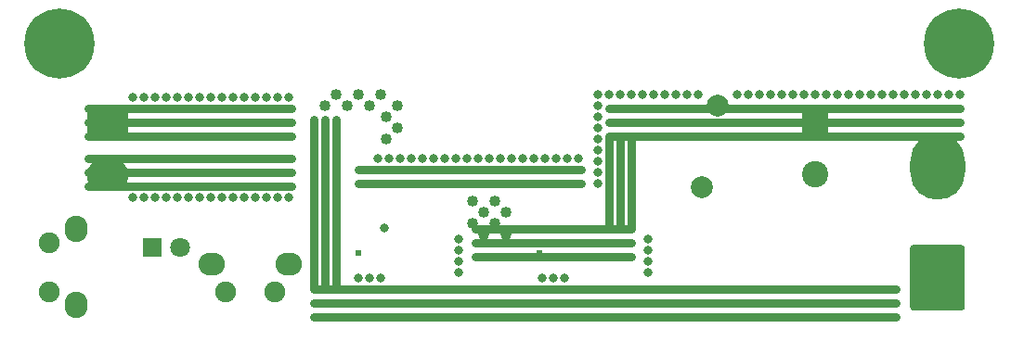
<source format=gbs>
%TF.GenerationSoftware,KiCad,Pcbnew,5.1.12-84ad8e8a86~92~ubuntu18.04.1*%
%TF.CreationDate,2023-04-20T21:37:03+02:00*%
%TF.ProjectId,transient-dc-protection,7472616e-7369-4656-9e74-2d64632d7072,rev?*%
%TF.SameCoordinates,Original*%
%TF.FileFunction,Soldermask,Bot*%
%TF.FilePolarity,Negative*%
%FSLAX46Y46*%
G04 Gerber Fmt 4.6, Leading zero omitted, Abs format (unit mm)*
G04 Created by KiCad (PCBNEW 5.1.12-84ad8e8a86~92~ubuntu18.04.1) date 2023-04-20 21:37:03*
%MOMM*%
%LPD*%
G01*
G04 APERTURE LIST*
%ADD10C,0.762000*%
%ADD11C,6.400000*%
%ADD12O,5.000000X6.000000*%
%ADD13R,2.400000X2.400000*%
%ADD14C,2.400000*%
%ADD15R,1.800000X1.800000*%
%ADD16C,1.800000*%
%ADD17R,3.800000X2.800000*%
%ADD18O,3.800000X2.800000*%
%ADD19C,2.000000*%
%ADD20O,2.400000X2.100000*%
%ADD21C,1.900000*%
%ADD22O,2.100000X2.400000*%
%ADD23C,0.812800*%
%ADD24C,1.016000*%
%ADD25C,0.609600*%
G04 APERTURE END LIST*
D10*
X29210000Y-26416000D02*
X29210000Y-10922000D01*
X28194000Y-26416000D02*
X28194000Y-10922000D01*
X27178000Y-26416000D02*
X27178000Y-10922000D01*
X27178000Y-28956000D02*
X80264000Y-28956000D01*
X27178000Y-27686000D02*
X80264000Y-27686000D01*
X27178000Y-26416000D02*
X80264000Y-26416000D01*
X55118000Y-20955000D02*
X55118000Y-12446000D01*
X54102000Y-20955000D02*
X54102000Y-12446000D01*
X56134000Y-20955000D02*
X56134000Y-12446000D01*
X6604000Y-11176000D02*
X25146000Y-11176000D01*
X6604000Y-12446000D02*
X25146000Y-12446000D01*
X6604000Y-9906000D02*
X25146000Y-9906000D01*
X6604000Y-15748000D02*
X25146000Y-15748000D01*
X6604000Y-14478000D02*
X25146000Y-14478000D01*
X6604000Y-17018000D02*
X25146000Y-17018000D01*
X31242000Y-16764000D02*
X51562000Y-16764000D01*
X31242000Y-15494000D02*
X51562000Y-15494000D01*
X41910000Y-22225000D02*
X56134000Y-22225000D01*
X41910000Y-23495000D02*
X56134000Y-23495000D01*
X41910000Y-20955000D02*
X56134000Y-20955000D01*
X54102000Y-11176000D02*
X86106000Y-11176000D01*
X54356000Y-12446000D02*
X86106000Y-12446000D01*
X54102000Y-9906000D02*
X86106000Y-9906000D01*
D11*
%TO.C,REF\u002A\u002A*%
X86000000Y-4000000D03*
%TD*%
%TO.C,REF\u002A\u002A*%
X4000000Y-4000000D03*
%TD*%
%TO.C,J2*%
G36*
G01*
X86264000Y-28400000D02*
X81884000Y-28400000D01*
G75*
G02*
X81574000Y-28090000I0J310000D01*
G01*
X81574000Y-22710000D01*
G75*
G02*
X81884000Y-22400000I310000J0D01*
G01*
X86264000Y-22400000D01*
G75*
G02*
X86574000Y-22710000I0J-310000D01*
G01*
X86574000Y-28090000D01*
G75*
G02*
X86264000Y-28400000I-310000J0D01*
G01*
G37*
D12*
X84074000Y-15240000D03*
%TD*%
D13*
%TO.C,C3*%
X72898000Y-10922000D03*
D14*
X72898000Y-15922000D03*
%TD*%
D15*
%TO.C,D2*%
X12446000Y-22606000D03*
D16*
X14986000Y-22606000D03*
%TD*%
D17*
%TO.C,J1*%
X8382000Y-10922000D03*
D18*
X8382000Y-16002000D03*
%TD*%
D19*
%TO.C,RV1*%
X64008000Y-9652000D03*
X62608000Y-17152000D03*
%TD*%
D20*
%TO.C,SW1*%
X17862000Y-24180000D03*
D21*
X19122000Y-26670000D03*
X23622000Y-26670000D03*
D20*
X24872000Y-24180000D03*
%TD*%
D22*
%TO.C,SW2*%
X5538000Y-27920000D03*
D21*
X3048000Y-26670000D03*
X3048000Y-22170000D03*
D22*
X5538000Y-20910000D03*
%TD*%
D23*
X33655000Y-20828000D03*
D24*
X29210000Y-8636000D03*
X30226000Y-9652000D03*
X31242000Y-8636000D03*
X32258000Y-9652000D03*
X33274000Y-8636000D03*
X33782000Y-10668000D03*
X34798000Y-11684000D03*
X33782000Y-12700000D03*
D23*
X40386000Y-22860000D03*
X40386000Y-24892000D03*
X57658000Y-23876000D03*
X57658000Y-22860000D03*
X49022000Y-25400000D03*
X40386000Y-23876000D03*
X57658000Y-24892000D03*
X40386000Y-21844000D03*
X48006000Y-25400000D03*
X50038000Y-25400000D03*
X32258000Y-25400000D03*
X31242000Y-25400000D03*
X33274000Y-25400000D03*
X57658000Y-21844000D03*
D24*
X28194000Y-9652000D03*
X34798000Y-9652000D03*
D23*
X33020000Y-14478000D03*
X34036000Y-14478000D03*
X35052000Y-14478000D03*
X48260000Y-14478000D03*
X51308000Y-14478000D03*
X50292000Y-14478000D03*
X49276000Y-14478000D03*
X47244000Y-14478000D03*
X46228000Y-14478000D03*
X45212000Y-14478000D03*
X44196000Y-14478000D03*
X43180000Y-14478000D03*
X42164000Y-14478000D03*
X41148000Y-14478000D03*
X40132000Y-14478000D03*
X39116000Y-14478000D03*
X38100000Y-14478000D03*
X37084000Y-14478000D03*
X36068000Y-14478000D03*
D25*
X47752000Y-23114000D03*
X31242000Y-23114000D03*
D24*
X41656000Y-18415000D03*
X43688000Y-18415000D03*
X41656000Y-20447000D03*
X42672000Y-19431000D03*
X42672000Y-21463000D03*
X43688000Y-20447000D03*
X44704000Y-19431000D03*
X44704000Y-21463000D03*
D23*
X86106000Y-8636000D03*
X85090000Y-8636000D03*
X84074000Y-8636000D03*
X83058000Y-8636000D03*
X82042000Y-8636000D03*
X81026000Y-8636000D03*
X80010000Y-8636000D03*
X78994000Y-8636000D03*
X77978000Y-8636000D03*
X76962000Y-8636000D03*
X75946000Y-8636000D03*
X74930000Y-8636000D03*
X73914000Y-8636000D03*
X72898000Y-8636000D03*
X71882000Y-8636000D03*
X70866000Y-8636000D03*
X69850000Y-8636000D03*
X68834000Y-8636000D03*
X67818000Y-8636000D03*
X66802000Y-8636000D03*
X65786000Y-8636000D03*
X62230000Y-8636000D03*
X61214000Y-8636000D03*
X60198000Y-8636000D03*
X59182000Y-8636000D03*
X58166000Y-8636000D03*
X57150000Y-8636000D03*
X56134000Y-8636000D03*
X55118000Y-8636000D03*
X54102000Y-8636000D03*
X53086000Y-8636000D03*
X53086000Y-9652000D03*
X53086000Y-10668000D03*
X53086000Y-11684000D03*
X53086000Y-12700000D03*
X53086000Y-13716000D03*
X53086000Y-14732000D03*
X53086000Y-15748000D03*
X53086000Y-16764000D03*
X24892000Y-18034000D03*
X23876000Y-18034000D03*
X22860000Y-18034000D03*
X21844000Y-18034000D03*
X20828000Y-18034000D03*
X19812000Y-18034000D03*
X18796000Y-18034000D03*
X17780000Y-18034000D03*
X16764000Y-18034000D03*
X15748000Y-18034000D03*
X14732000Y-18034000D03*
X13716000Y-18034000D03*
X12700000Y-18034000D03*
X11684000Y-18034000D03*
X10668000Y-18034000D03*
X24892000Y-8890000D03*
X23876000Y-8890000D03*
X10668000Y-8890000D03*
X11684000Y-8890000D03*
X12700000Y-8890000D03*
X13716000Y-8890000D03*
X14732000Y-8890000D03*
X15748000Y-8890000D03*
X16764000Y-8890000D03*
X17780000Y-8890000D03*
X18796000Y-8890000D03*
X19812000Y-8890000D03*
X20828000Y-8890000D03*
X21844000Y-8890000D03*
X22860000Y-8890000D03*
M02*

</source>
